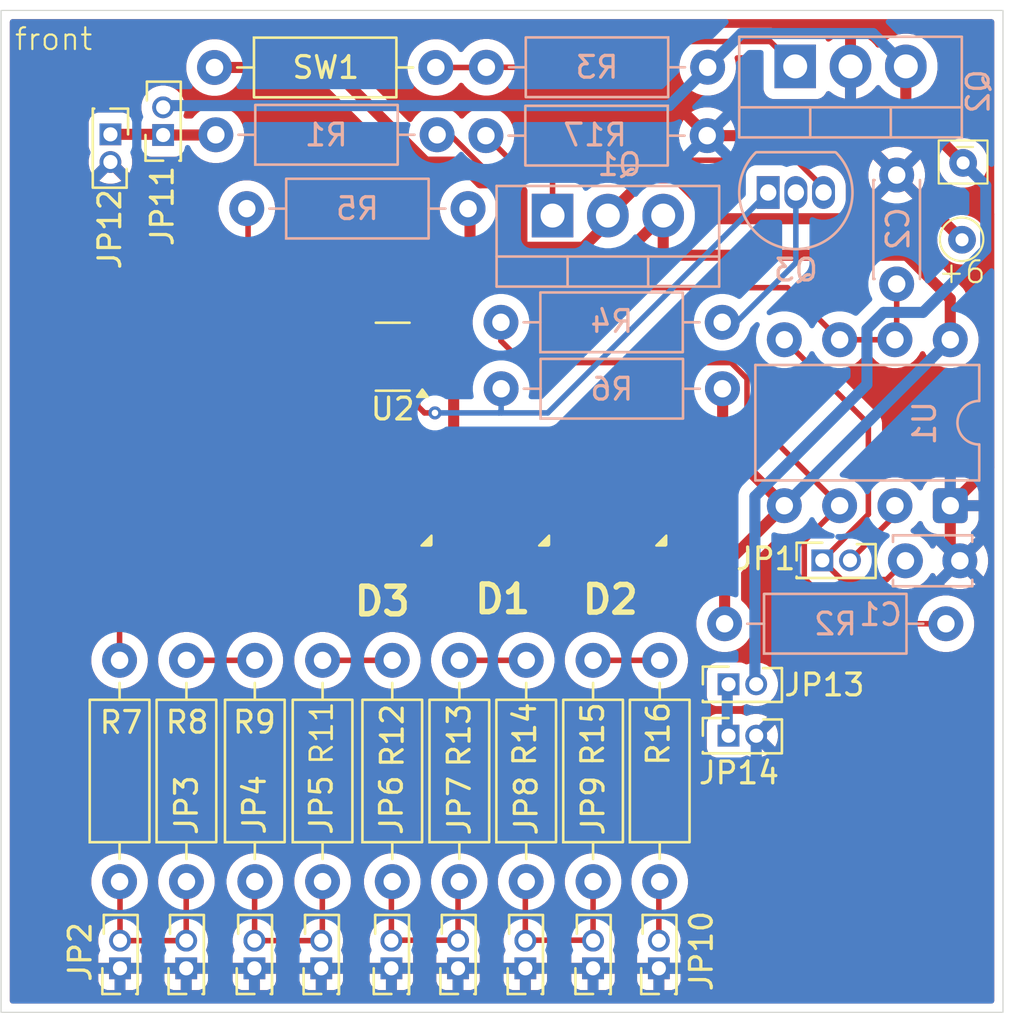
<source format=kicad_pcb>
(kicad_pcb (version 20241229) (generator "pcbnew") (generator_version "9.0")
  (layers (0 "F.Cu" signal) (2 "B.Cu" signal) (13 "F.Paste" user) (15 "B.Paste" user) (5 "F.SilkS" user "F.Silkscreen") (7 "B.SilkS" user "B.Silkscreen") (1 "F.Mask" user) (3 "B.Mask" user) (25 "Edge.Cuts" user))
  (net 0 "")
  (net 1 "GNDPWR")
  (net 2 "Net-(JP1-A)")
  (net 3 "Net-(U1-DIS)")
  (net 10 "Net-(JP1-B)")
  (net 11 "Net-(JP2-B)")
  (net 12 "Net-(JP4-B)")
  (net 13 "Net-(JP6-B)")
  (net 14 "Net-(JP8-B)")
  (net 15 "Net-(JP10-B)")
  (net 16 "Net-(JP11-A)")
  (net 17 "GND")
  (net 18 "Net-(JP13-A)")
  (net 19 "+6V")
  (net 20 "Net-(Q1-G)")
  (net 21 "Net-(Q2-GATE)")
  (net 22 "Net-(Q3-B)")
  (net 23 "Net-(Q3-C)")
  (net 24 "Net-(U1-Q)")
  (net 25 "Net-(U2-Rext)")
  (net 26 "Net-(R8-Pad2)")
  (net 27 "Net-(R11-Pad2)")
  (net 28 "Net-(R13-Pad2)")
  (net 29 "Net-(R15-Pad2)")
  (net 30 "/LED_C")
  (net 31 "Net-(Q3-E)")
  (net 32 "+6VS")
  (footprint "Connector_PinHeader_1.27mm:PinHeader_2x01_P1.27mm_Vertical" (layer "F.Cu") (at 82.02 38.69 -90)
    (property "Reference" "JP12" (at 4.36 0.03 90) (layer "F.SilkS"))
    (property "Value" "Jumper_2_Open" (hide yes))
    (pad "1" thru_hole rect (at 0 0 270) (size 1 1) (drill 0.65) (layers "*.Cu" "*.Mask") (net 16 "Net-(JP11-A)"))
    (pad "2" thru_hole circle (at 1.27 0 270) (size 1 1) (drill 0.65) (layers "*.Cu" "*.Mask") (net 1 "GNDPWR"))
  )
  (footprint "Resistor_THT:R_Axial_DIN0207_L6.3mm_D2.5mm_P10.16mm_Horizontal" (layer "F.Cu") (at 86.8 35.62)
    (property "Reference" "SW1" (at 5.11 0 0) (layer "F.SilkS"))
    (property "Value" "SW_Reed")
    (pad "1" thru_hole circle (at 0 0) (size 1.6 1.6) (drill 0.8) (layers "*.Cu" "*.Mask") (net 19 "+6V"))
    (pad "2" thru_hole circle (at 10.16 0) (size 1.6 1.6) (drill 0.8) (layers "*.Cu" "*.Mask") (net 21 "Net-(Q2-GATE)"))
  )
  (footprint "Resistor_THT:R_Axial_DIN0207_L6.3mm_D2.5mm_P10.16mm_Horizontal" (layer "F.Cu") (at 82.44 73 90)
    (property "Reference" "R7" (at 7.31 0.07 180) (layer "F.SilkS"))
    (property "Value" "R")
    (pad "1" thru_hole circle (at 0 0 90) (size 1.6 1.6) (drill 0.8) (layers "*.Cu" "*.Mask") (net 11 "Net-(JP2-B)"))
    (pad "2" thru_hole circle (at 10.16 0 90) (size 1.6 1.6) (drill 0.8) (layers "*.Cu" "*.Mask") (net 25 "Net-(U2-Rext)"))
  )
  (footprint "LED_Osram:KRTBDWLM3132T4U6JWAAABJ3R4S65V" (layer "F.Cu") (at 100 56)
    (property "Reference" "D1" (at 0.03 4.03 0) (layer "F.SilkS") (effects (font (size 1.27 1.27) (thickness 0.254))))
    (property "Value" "KRTBDWLM31.32-2T1V-JW+5A8A-J3+2R1T-5V" (hide yes))
    (pad "1" smd rect (at -0.95 -1) (size 0.9 1.35) (layers "F.Cu" "F.Mask" "F.Paste"))
    (pad "2" smd rect (at 0 -1.15) (size 0.5 1.05) (layers "F.Cu" "F.Mask" "F.Paste") (net 30 "/LED_C"))
    (pad "3" smd rect (at 0.95 -1) (size 0.9 1.35) (layers "F.Cu" "F.Mask" "F.Paste"))
    (pad "4" smd custom (at 0 0.45) (size 2.5 0.65) (layers "F.Cu" "F.Mask") (net 32 "+6VS") (options (clearance outline) (anchor rect)) (primitives (gr_rect (start -0.25 0.25) (end 0.25 1.125) (width 0) (fill yes)) (gr_rect (start -0.3 -0.575) (end 0.3 -0.266875) (width 0) (fill yes)) (gr_rect (start -1.25 0.25) (end -0.65 1.125) (width 0) (fill yes)) (gr_rect (start 0.65 0.25) (end 1.25 1.125) (width 0) (fill yes))))
  )
  (footprint "Resistor_THT:R_Axial_DIN0207_L6.3mm_D2.5mm_P10.16mm_Horizontal" (layer "F.Cu") (at 98.04 73 90)
    (property "Reference" "R13" (at 6.71 -0.01 270) (layer "F.SilkS"))
    (property "Value" "R")
    (pad "1" thru_hole circle (at 0 0 90) (size 1.6 1.6) (drill 0.8) (layers "*.Cu" "*.Mask") (net 13 "Net-(JP6-B)"))
    (pad "2" thru_hole circle (at 10.16 0 90) (size 1.6 1.6) (drill 0.8) (layers "*.Cu" "*.Mask") (net 28 "Net-(R13-Pad2)"))
  )
  (footprint "Connector_PinHeader_1.27mm:PinHeader_2x01_P1.27mm_Vertical" (layer "F.Cu") (at 94.92 76.98 90)
    (property "Reference" "JP6" (at 7.49 0 90) (layer "F.SilkS"))
    (property "Value" "Jumper_2_Open" (hide yes))
    (pad "1" thru_hole rect (at 0 0 90) (size 1 1) (drill 0.65) (layers "*.Cu" "*.Mask") (net 1 "GNDPWR"))
    (pad "2" thru_hole circle (at 1.27 0 90) (size 1 1) (drill 0.65) (layers "*.Cu" "*.Mask") (net 13 "Net-(JP6-B)"))
  )
  (footprint "Resistor_THT:R_Axial_DIN0207_L6.3mm_D2.5mm_P10.16mm_Horizontal" (layer "F.Cu") (at 104.18 73 90)
    (property "Reference" "R15" (at 6.77 -0.02 270) (layer "F.SilkS"))
    (property "Value" "R")
    (pad "1" thru_hole circle (at 0 0 90) (size 1.6 1.6) (drill 0.8) (layers "*.Cu" "*.Mask") (net 14 "Net-(JP8-B)"))
    (pad "2" thru_hole circle (at 10.16 0 90) (size 1.6 1.6) (drill 0.8) (layers "*.Cu" "*.Mask") (net 29 "Net-(R15-Pad2)"))
  )
  (footprint "Connector_PinHeader_1.27mm:PinHeader_2x01_P1.27mm_Vertical" (layer "F.Cu") (at 110.4 63.94)
    (property "Reference" "JP13" (at 4.4 0.03 0) (layer "F.SilkS"))
    (property "Value" "Jumper_2_Open" (hide yes))
    (pad "1" thru_hole rect (at 0 0) (size 1 1) (drill 0.65) (layers "*.Cu" "*.Mask") (net 18 "Net-(JP13-A)"))
    (pad "2" thru_hole circle (at 1.27 0) (size 1 1) (drill 0.65) (layers "*.Cu" "*.Mask") (net 17 "GND"))
  )
  (footprint "Connector_PinHeader_1.27mm:PinHeader_2x01_P1.27mm_Vertical" (layer "F.Cu") (at 114.705 58.25)
    (property "Reference" "JP1" (at -2.595 -0.07 0) (layer "F.SilkS"))
    (property "Value" "Jumper_2_Open" (hide yes))
    (pad "1" thru_hole rect (at 0 0) (size 1 1) (drill 0.65) (layers "*.Cu" "*.Mask") (net 2 "Net-(JP1-A)"))
    (pad "2" thru_hole circle (at 1.27 0) (size 1 1) (drill 0.65) (layers "*.Cu" "*.Mask") (net 10 "Net-(JP1-B)"))
  )
  (footprint "Connector_PinHeader_1.27mm:PinHeader_2x01_P1.27mm_Vertical" (layer "F.Cu") (at 107.2 76.98 90)
    (property "Reference" "JP10" (at 0.79 1.95 90) (layer "F.SilkS"))
    (property "Value" "Jumper_2_Open" (hide yes))
    (pad "1" thru_hole rect (at 0 0 90) (size 1 1) (drill 0.65) (layers "*.Cu" "*.Mask") (net 1 "GNDPWR"))
    (pad "2" thru_hole circle (at 1.27 0 90) (size 1 1) (drill 0.65) (layers "*.Cu" "*.Mask") (net 15 "Net-(JP10-B)"))
  )
  (footprint "Connector_PinHeader_1.27mm:PinHeader_2x01_P1.27mm_Vertical" (layer "F.Cu") (at 110.4 66.3)
    (property "Reference" "JP14" (at 0.48 1.71 0) (layer "F.SilkS"))
    (property "Value" "Jumper_2_Open" (hide yes))
    (pad "1" thru_hole rect (at 0 0) (size 1 1) (drill 0.65) (layers "*.Cu" "*.Mask") (net 18 "Net-(JP13-A)"))
    (pad "2" thru_hole circle (at 1.27 0) (size 1 1) (drill 0.65) (layers "*.Cu" "*.Mask") (net 1 "GNDPWR"))
  )
  (footprint "Resistor_THT:R_Axial_DIN0207_L6.3mm_D2.5mm_P10.16mm_Horizontal" (layer "F.Cu") (at 91.76 73 90)
    (property "Reference" "R11" (at 6.82 -0.04 270) (layer "F.SilkS") (effects (font (thickness 0.125))))
    (property "Value" "R")
    (pad "1" thru_hole circle (at 0 0 90) (size 1.6 1.6) (drill 0.8) (layers "*.Cu" "*.Mask") (net 12 "Net-(JP4-B)"))
    (pad "2" thru_hole circle (at 10.16 0 90) (size 1.6 1.6) (drill 0.8) (layers "*.Cu" "*.Mask") (net 27 "Net-(R11-Pad2)"))
  )
  (footprint "LED_Osram:KRTBDWLM3132T4U6JWAAABJ3R4S65V" (layer "F.Cu") (at 105.38 56)
    (property "Reference" "D2" (at -0.41 4.05 0) (layer "F.SilkS") (effects (font (size 1.27 1.27) (thickness 0.254))))
    (property "Value" "KRTBDWLM31.32-2T1V-JW+5A8A-J3+2R1T-5V" (hide yes))
    (pad "1" smd rect (at -0.95 -1) (size 0.9 1.35) (layers "F.Cu" "F.Mask" "F.Paste"))
    (pad "2" smd rect (at 0 -1.15) (size 0.5 1.05) (layers "F.Cu" "F.Mask" "F.Paste") (net 30 "/LED_C"))
    (pad "3" smd rect (at 0.95 -1) (size 0.9 1.35) (layers "F.Cu" "F.Mask" "F.Paste"))
    (pad "4" smd custom (at 0 0.45) (size 2.5 0.65) (layers "F.Cu" "F.Mask") (net 32 "+6VS") (options (clearance outline) (anchor rect)) (primitives (gr_rect (start -0.25 0.25) (end 0.25 1.125) (width 0) (fill yes)) (gr_rect (start -0.3 -0.575) (end 0.3 -0.266875) (width 0) (fill yes)) (gr_rect (start -1.25 0.25) (end -0.65 1.125) (width 0) (fill yes)) (gr_rect (start 0.65 0.25) (end 1.25 1.125) (width 0) (fill yes))))
  )
  (footprint "Resistor_THT:R_Axial_DIN0207_L6.3mm_D2.5mm_P10.16mm_Horizontal" (layer "F.Cu") (at 88.65 73 90)
    (property "Reference" "R9" (at 7.32 -0.02 180) (layer "F.SilkS"))
    (property "Value" "R")
    (pad "1" thru_hole circle (at 0 0 90) (size 1.6 1.6) (drill 0.8) (layers "*.Cu" "*.Mask") (net 12 "Net-(JP4-B)"))
    (pad "2" thru_hole circle (at 10.16 0 90) (size 1.6 1.6) (drill 0.8) (layers "*.Cu" "*.Mask") (net 26 "Net-(R8-Pad2)"))
  )
  (footprint "Resistor_THT:R_Axial_DIN0207_L6.3mm_D2.5mm_P10.16mm_Horizontal" (layer "F.Cu") (at 94.96 73 90)
    (property "Reference" "R12" (at 6.7 0 270) (layer "F.SilkS"))
    (property "Value" "R")
    (pad "1" thru_hole circle (at 0 0 90) (size 1.6 1.6) (drill 0.8) (layers "*.Cu" "*.Mask") (net 13 "Net-(JP6-B)"))
    (pad "2" thru_hole circle (at 10.16 0 90) (size 1.6 1.6) (drill 0.8) (layers "*.Cu" "*.Mask") (net 27 "Net-(R11-Pad2)"))
  )
  (footprint "Connector_PinHeader_1.27mm:PinHeader_2x01_P1.27mm_Vertical" (layer "F.Cu") (at 101.07 76.98 90)
    (property "Reference" "JP8" (at 7.47 0.04 90) (layer "F.SilkS"))
    (property "Value" "Jumper_2_Open" (hide yes))
    (pad "1" thru_hole rect (at 0 0 90) (size 1 1) (drill 0.65) (layers "*.Cu" "*.Mask") (net 1 "GNDPWR"))
    (pad "2" thru_hole circle (at 1.27 0 90) (size 1 1) (drill 0.65) (layers "*.Cu" "*.Mask") (net 14 "Net-(JP8-B)"))
  )
  (footprint "Connector_PinHeader_1.27mm:PinHeader_2x01_P1.27mm_Vertical" (layer "F.Cu") (at 104.18 76.98 90)
    (property "Reference" "JP9" (at 7.47 0 90) (layer "F.SilkS"))
    (property "Value" "Jumper_2_Open" (hide yes))
    (pad "1" thru_hole rect (at 0 0 90) (size 1 1) (drill 0.65) (layers "*.Cu" "*.Mask") (net 1 "GNDPWR"))
    (pad "2" thru_hole circle (at 1.27 0 90) (size 1 1) (drill 0.65) (layers "*.Cu" "*.Mask") (net 14 "Net-(JP8-B)"))
  )
  (footprint "Connector_PinHeader_1.27mm:PinHeader_2x01_P1.27mm_Vertical" (layer "F.Cu") (at 97.98 76.98 90)
    (property "Reference" "JP7" (at 7.47 0.06 90) (layer "F.SilkS"))
    (property "Value" "Jumper_2_Open" (hide yes))
    (pad "1" thru_hole rect (at 0 0 90) (size 1 1) (drill 0.65) (layers "*.Cu" "*.Mask") (net 1 "GNDPWR"))
    (pad "2" thru_hole circle (at 1.27 0 90) (size 1 1) (drill 0.65) (layers "*.Cu" "*.Mask") (net 13 "Net-(JP6-B)"))
  )
  (footprint "Connector_PinHeader_1.27mm:PinHeader_2x01_P1.27mm_Vertical" (layer "F.Cu") (at 82.46 76.98 90)
    (property "Reference" "JP2" (at 0.75 -1.83 90) (layer "F.SilkS"))
    (property "Value" "Jumper_2_Open" (hide yes))
    (pad "1" thru_hole rect (at 0 0 90) (size 1 1) (drill 0.65) (layers "*.Cu" "*.Mask") (net 1 "GNDPWR"))
    (pad "2" thru_hole circle (at 1.27 0 90) (size 1 1) (drill 0.65) (layers "*.Cu" "*.Mask") (net 11 "Net-(JP2-B)"))
  )
  (footprint "Resistor_THT:R_Axial_DIN0207_L6.3mm_D2.5mm_P10.16mm_Horizontal" (layer "F.Cu") (at 107.24 73 90)
    (property "Reference" "R16" (at 6.79 -0.07 270) (layer "F.SilkS"))
    (property "Value" "R")
    (pad "1" thru_hole circle (at 0 0 90) (size 1.6 1.6) (drill 0.8) (layers "*.Cu" "*.Mask") (net 15 "Net-(JP10-B)"))
    (pad "2" thru_hole circle (at 10.16 0 90) (size 1.6 1.6) (drill 0.8) (layers "*.Cu" "*.Mask") (net 29 "Net-(R15-Pad2)"))
  )
  (footprint "Connector_PinHeader_1.27mm:PinHeader_2x01_P1.27mm_Vertical" (layer "F.Cu") (at 84.44 38.72 90)
    (property "Reference" "JP11" (at -3.26 -0.04 90) (layer "F.SilkS"))
    (property "Value" "Jumper_2_Open" (hide yes))
    (pad "1" thru_hole rect (at 0 0 90) (size 1 1) (drill 0.65) (layers "*.Cu" "*.Mask") (net 16 "Net-(JP11-A)"))
    (pad "2" thru_hole circle (at 1.27 0 90) (size 1 1) (drill 0.65) (layers "*.Cu" "*.Mask") (net 17 "GND"))
  )
  (footprint "Connector_PinHeader_1.27mm:PinHeader_2x01_P1.27mm_Vertical" (layer "F.Cu") (at 88.63 76.98 90)
    (property "Reference" "JP4" (at 7.51 0 90) (layer "F.SilkS"))
    (property "Value" "Jumper_2_Open" (hide yes))
    (pad "1" thru_hole rect (at 0 0 90) (size 1 1) (drill 0.65) (layers "*.Cu" "*.Mask") (net 1 "GNDPWR"))
    (pad "2" thru_hole circle (at 1.27 0 90) (size 1 1) (drill 0.65) (layers "*.Cu" "*.Mask") (net 12 "Net-(JP4-B)"))
  )
  (footprint "Connector_PinHeader_1.27mm:PinHeader_2x01_P1.27mm_Vertical" (layer "F.Cu") (at 91.7 76.98 90)
    (property "Reference" "JP5" (at 7.5 0 90) (layer "F.SilkS"))
    (property "Value" "Jumper_2_Open" (hide yes))
    (pad "1" thru_hole rect (at 0 0 90) (size 1 1) (drill 0.65) (layers "*.Cu" "*.Mask") (net 1 "GNDPWR"))
    (pad "2" thru_hole circle (at 1.27 0 90) (size 1 1) (drill 0.65) (layers "*.Cu" "*.Mask") (net 12 "Net-(JP4-B)"))
  )
  (footprint "Resistor_THT:R_Axial_DIN0207_L6.3mm_D2.5mm_P10.16mm_Horizontal" (layer "F.Cu") (at 85.51 73 90)
    (property "Reference" "R8" (at 7.32 0.03 180) (layer "F.SilkS"))
    (property "Value" "R")
    (pad "1" thru_hole circle (at 0 0 90) (size 1.6 1.6) (drill 0.8) (layers "*.Cu" "*.Mask") (net 11 "Net-(JP2-B)"))
    (pad "2" thru_hole circle (at 10.16 0 90) (size 1.6 1.6) (drill 0.8) (layers "*.Cu" "*.Mask") (net 26 "Net-(R8-Pad2)"))
  )
  (footprint "Package_TO_SOT_SMD:SC-74-6_1.55x2.9mm_P0.95mm" (layer "F.Cu") (at 94.98 48.9 180)
    (property "Reference" "U2" (at 0 -2.4 0) (layer "F.SilkS"))
    (property "Value" "BCR421U")
    (pad "1" smd roundrect (at -1.15 -0.95 180) (size 1.6 0.6) (layers "F.Cu" "F.Mask" "F.Paste") (net 23 "Net-(Q3-C)"))
    (pad "2" smd roundrect (at -1.15 0 180) (size 1.6 0.6) (layers "F.Cu" "F.Mask" "F.Paste") (net 30 "/LED_C"))
    (pad "3" smd roundrect (at -1.15 0.95 180) (size 1.6 0.6) (layers "F.Cu" "F.Mask" "F.Paste") (net 30 "/LED_C"))
    (pad "4" smd roundrect (at 1.15 0.95 180) (size 1.6 0.6) (layers "F.Cu" "F.Mask" "F.Paste") (net 1 "GNDPWR"))
    (pad "5" smd roundrect (at 1.15 0 180) (size 1.6 0.6) (layers "F.Cu" "F.Mask" "F.Paste") (net 30 "/LED_C"))
    (pad "6" smd roundrect (at 1.15 -0.95 180) (size 1.6 0.6) (layers "F.Cu" "F.Mask" "F.Paste") (net 25 "Net-(U2-Rext)"))
  )
  (footprint "Resistor_THT:R_Axial_DIN0207_L6.3mm_D2.5mm_P10.16mm_Horizontal" (layer "F.Cu") (at 101.11 73 90)
    (property "Reference" "R14" (at 6.77 -0.07 270) (layer "F.SilkS"))
    (property "Value" "R")
    (pad "1" thru_hole circle (at 0 0 90) (size 1.6 1.6) (drill 0.8) (layers "*.Cu" "*.Mask") (net 14 "Net-(JP8-B)"))
    (pad "2" thru_hole circle (at 10.16 0 90) (size 1.6 1.6) (drill 0.8) (layers "*.Cu" "*.Mask") (net 28 "Net-(R13-Pad2)"))
  )
  (footprint "Connector_PinHeader_1.27mm:PinHeader_2x01_P1.27mm_Vertical" (layer "F.Cu") (at 85.5 76.98 90)
    (property "Reference" "JP3" (at 7.49 0.01 90) (layer "F.SilkS"))
    (property "Value" "Jumper_2_Open" (hide yes))
    (pad "1" thru_hole rect (at 0 0 90) (size 1 1) (drill 0.65) (layers "*.Cu" "*.Mask") (net 1 "GNDPWR"))
    (pad "2" thru_hole circle (at 1.27 0 90) (size 1 1) (drill 0.65) (layers "*.Cu" "*.Mask") (net 11 "Net-(JP2-B)"))
  )
  (footprint "LED_Osram:KRTBDWLM3132T4U6JWAAABJ3R4S65V" (layer "F.Cu") (at 94.6 56)
    (property "Reference" "D3" (at -0.1 4.13 0) (layer "F.SilkS") (effects (font (size 1.27 1.27) (thickness 0.254))))
    (property "Value" "KRTBDWLM31.32-2T1V-JW+5A8A-J3+2R1T-5V" (hide yes))
    (pad "1" smd rect (at -0.95 -1) (size 0.9 1.35) (layers "F.Cu" "F.Mask" "F.Paste"))
    (pad "2" smd rect (at 0 -1.15) (size 0.5 1.05) (layers "F.Cu" "F.Mask" "F.Paste") (net 30 "/LED_C"))
    (pad "3" smd rect (at 0.95 -1) (size 0.9 1.35) (layers "F.Cu" "F.Mask" "F.Paste"))
    (pad "4" smd custom (at 0 0.45) (size 2.5 0.65) (layers "F.Cu" "F.Mask") (net 32 "+6VS") (options (clearance outline) (anchor rect)) (primitives (gr_rect (start -0.25 0.25) (end 0.25 1.125) (width 0) (fill yes)) (gr_rect (start -0.3 -0.575) (end 0.3 -0.266875) (width 0) (fill yes)) (gr_rect (start -1.25 0.25) (end -0.65 1.125) (width 0) (fill yes)) (gr_rect (start 0.65 0.25) (end 1.25 1.125) (width 0) (fill yes))))
  )
  (footprint "Resistor_THT:R_Axial_DIN0207_L6.3mm_D2.5mm_P10.16mm_Horizontal" (layer "B.Cu") (at 86.86 38.71)
    (property "Reference" "R1" (at 5.07 0.01 180) (layer "B.SilkS") (effects (justify mirror)))
    (property "Value" "100R")
    (pad "1" thru_hole circle (at 0 0) (size 1.6 1.6) (drill 0.8) (layers "*.Cu" "*.Mask") (net 16 "Net-(JP11-A)"))
    (pad "2" thru_hole circle (at 10.16 0) (size 1.6 1.6) (drill 0.8) (layers "*.Cu" "*.Mask") (net 20 "Net-(Q1-G)"))
  )
  (footprint "Package_TO_SOT_THT:TO-220-3_Vertical" (layer "B.Cu") (at 102.32 42.42)
    (property "Reference" "Q1" (at 3.07 -2.34 180) (layer "B.SilkS") (effects (justify mirror)))
    (property "Value" "IRF9622")
    (pad "1" thru_hole rect (at 0 0) (size 1.905 2) (drill 1.1) (layers "*.Cu" "*.Mask") (net 20 "Net-(Q1-G)"))
    (pad "2" thru_hole oval (at 2.54 0) (size 1.905 2) (drill 1.1) (layers "*.Cu" "*.Mask") (net 19 "+6V"))
    (pad "3" thru_hole oval (at 5.08 0) (size 1.905 2) (drill 1.1) (layers "*.Cu" "*.Mask") (net 32 "+6VS"))
  )
  (footprint "Resistor_THT:R_Axial_DIN0207_L6.3mm_D2.5mm_P10.16mm_Horizontal" (layer "B.Cu") (at 110.22 61.16)
    (property "Reference" "R2" (at 5.09 0.01 0) (layer "B.SilkS") (effects (justify mirror)))
    (property "Value" "10K")
    (pad "1" thru_hole circle (at 0 0) (size 1.6 1.6) (drill 0.8) (layers "*.Cu" "*.Mask") (net 32 "+6VS"))
    (pad "2" thru_hole circle (at 10.16 0) (size 1.6 1.6) (drill 0.8) (layers "*.Cu" "*.Mask") (net 24 "Net-(U1-Q)"))
  )
  (footprint "Resistor_THT:R_Axial_DIN0207_L6.3mm_D2.5mm_P10.16mm_Horizontal" (layer "B.Cu") (at 99.96 50.37)
    (property "Reference" "R6" (at 5.08 0.02 180) (layer "B.SilkS") (effects (justify mirror)))
    (property "Value" "3K")
    (pad "1" thru_hole circle (at 0 0) (size 1.6 1.6) (drill 0.8) (layers "*.Cu" "*.Mask") (net 23 "Net-(Q3-C)"))
    (pad "2" thru_hole circle (at 10.16 0) (size 1.6 1.6) (drill 0.8) (layers "*.Cu" "*.Mask") (net 32 "+6VS"))
  )
  (footprint "Package_DIP:DIP-8_W7.62mm" (layer "B.Cu") (at 120.58 55.74 90)
    (property "Reference" "U1" (at 3.79 -1.18 90) (layer "B.SilkS") (effects (justify mirror)))
    (property "Value" "NE555P")
    (pad "1" thru_hole roundrect (at 0 0 90) (size 1.6 1.6) (drill 0.8) (layers "*.Cu" "*.Mask") (roundrect_rratio 0.15625) (net 1 "GNDPWR"))
    (pad "2" thru_hole circle (at 0 -2.54 90) (size 1.6 1.6) (drill 0.8) (layers "*.Cu" "*.Mask") (net 10 "Net-(JP1-B)"))
    (pad "3" thru_hole circle (at 0 -5.08 90) (size 1.6 1.6) (drill 0.8) (layers "*.Cu" "*.Mask") (net 24 "Net-(U1-Q)"))
    (pad "4" thru_hole circle (at 0 -7.62 90) (size 1.6 1.6) (drill 0.8) (layers "*.Cu" "*.Mask") (net 32 "+6VS"))
    (pad "5" thru_hole circle (at 7.62 -7.62 90) (size 1.6 1.6) (drill 0.8) (layers "*.Cu" "*.Mask") (net 2 "Net-(JP1-A)"))
    (pad "6" thru_hole circle (at 7.62 -5.08 90) (size 1.6 1.6) (drill 0.8) (layers "*.Cu" "*.Mask") (net 3 "Net-(U1-DIS)"))
    (pad "7" thru_hole circle (at 7.62 -2.54 90) (size 1.6 1.6) (drill 0.8) (layers "*.Cu" "*.Mask") (net 3 "Net-(U1-DIS)"))
    (pad "8" thru_hole circle (at 7.62 0 90) (size 1.6 1.6) (drill 0.8) (layers "*.Cu" "*.Mask") (net 32 "+6VS"))
  )
  (footprint "Resistor_THT:R_Axial_DIN0207_L6.3mm_D2.5mm_P10.16mm_Horizontal" (layer "B.Cu") (at 109.44 35.61 180)
    (property "Reference" "R3" (at 5.08 0 0) (layer "B.SilkS") (effects (justify mirror)))
    (property "Value" "39K")
    (pad "1" thru_hole circle (at 0 0 180) (size 1.6 1.6) (drill 0.8) (layers "*.Cu" "*.Mask") (net 17 "GND"))
    (pad "2" thru_hole circle (at 10.16 0 180) (size 1.6 1.6) (drill 0.8) (layers "*.Cu" "*.Mask") (net 21 "Net-(Q2-GATE)"))
  )
  (footprint "Package_TO_SOT_THT:TO-92_Inline" (layer "B.Cu") (at 112.22 41.36)
    (property "Reference" "Q3" (at 1.27 3.56 180) (layer "B.SilkS") (effects (justify mirror)))
    (property "Value" "BC547")
    (pad "1" thru_hole rect (at 0 0) (size 1.05 1.5) (drill 0.75) (layers "*.Cu" "*.Mask") (net 23 "Net-(Q3-C)"))
    (pad "2" thru_hole oval (at 1.27 0) (size 1.05 1.5) (drill 0.75) (layers "*.Cu" "*.Mask") (net 22 "Net-(Q3-B)"))
    (pad "3" thru_hole oval (at 2.54 0) (size 1.05 1.5) (drill 0.75) (layers "*.Cu" "*.Mask") (net 31 "Net-(Q3-E)"))
  )
  (footprint "Capacitor_THT:C_Disc_D3.4mm_W2.1mm_P2.50mm" (layer "B.Cu") (at 118.52 58.27)
    (property "Reference" "C1" (at -1.14 2.47 180) (layer "B.SilkS") (effects (justify mirror)))
    (property "Value" "10nF 100V")
    (pad "1" thru_hole circle (at 0 0) (size 1.6 1.6) (drill 0.8) (layers "*.Cu" "*.Mask") (net 2 "Net-(JP1-A)"))
    (pad "2" thru_hole circle (at 2.5 0) (size 1.6 1.6) (drill 0.8) (layers "*.Cu" "*.Mask") (net 1 "GNDPWR"))
  )
  (footprint "Capacitor_THT:C_Disc_D4.3mm_W1.9mm_P5.00mm" (layer "B.Cu") (at 118.12 45.56 90)
    (property "Reference" "C2" (at 2.54 0.06 90) (layer "B.SilkS") (effects (justify mirror)))
    (property "Value" "47nF 50V")
    (pad "1" thru_hole circle (at 0 0 90) (size 1.6 1.6) (drill 0.8) (layers "*.Cu" "*.Mask") (net 3 "Net-(U1-DIS)"))
    (pad "2" thru_hole circle (at 5 0 90) (size 1.6 1.6) (drill 0.8) (layers "*.Cu" "*.Mask") (net 1 "GNDPWR"))
  )
  (footprint "Resistor_THT:R_Axial_DIN0207_L6.3mm_D2.5mm_P10.16mm_Horizontal" (layer "B.Cu") (at 88.28 42.1)
    (property "Reference" "R5" (at 5.08 0 180) (layer "B.SilkS") (effects (justify mirror)))
    (property "Value" "39K")
    (pad "1" thru_hole circle (at 0 0) (size 1.6 1.6) (drill 0.8) (layers "*.Cu" "*.Mask") (net 3 "Net-(U1-DIS)"))
    (pad "2" thru_hole circle (at 10.16 0) (size 1.6 1.6) (drill 0.8) (layers "*.Cu" "*.Mask") (net 32 "+6VS"))
  )
  (footprint "Resistor_THT:R_Axial_DIN0207_L6.3mm_D2.5mm_P10.16mm_Horizontal" (layer "B.Cu") (at 109.42 38.75 180)
    (property "Reference" "R17" (at 5.15 0.03 180) (layer "B.SilkS") (effects (justify mirror)))
    (property "Value" "4K")
    (pad "1" thru_hole circle (at 0 0 180) (size 1.6 1.6) (drill 0.8) (layers "*.Cu" "*.Mask") (net 1 "GNDPWR"))
    (pad "2" thru_hole circle (at 10.16 0 180) (size 1.6 1.6) (drill 0.8) (layers "*.Cu" "*.Mask") (net 31 "Net-(Q3-E)"))
  )
  (footprint "Package_TO_SOT_THT:TO-220-3_Vertical" (layer "B.Cu") (at 113.46 35.57)
    (property "Reference" "Q2" (at 8.4 1.15 270) (layer "B.SilkS") (effects (justify mirror)))
    (property "Value" "IRFZ24N")
    (pad "1" thru_hole rect (at 0 0) (size 1.905 2) (drill 1.1) (layers "*.Cu" "*.Mask") (net 21 "Net-(Q2-GATE)"))
    (pad "2" thru_hole oval (at 2.54 0) (size 1.905 2) (drill 1.1) (layers "*.Cu" "*.Mask") (net 1 "GNDPWR"))
    (pad "3" thru_hole oval (at 5.08 0) (size 1.905 2) (drill 1.1) (layers "*.Cu" "*.Mask") (net 17 "GND"))
  )
  (footprint "Resistor_THT:R_Axial_DIN0207_L6.3mm_D2.5mm_P10.16mm_Horizontal" (layer "B.Cu") (at 99.95 47.32)
    (property "Reference" "R4" (at 5.09 -0.04 180) (layer "B.SilkS") (effects (justify mirror)))
    (property "Value" "10K")
    (pad "1" thru_hole circle (at 0 0) (size 1.6 1.6) (drill 0.8) (layers "*.Cu" "*.Mask") (net 24 "Net-(U1-Q)"))
    (pad "2" thru_hole circle (at 10.16 0) (size 1.6 1.6) (drill 0.8) (layers "*.Cu" "*.Mask") (net 22 "Net-(Q3-B)"))
  )
  (gr_circle (center 121.1 43.51) (end 122.1 43.51) (stroke (width 0.1)) (fill no) (layer "F.SilkS"))
  (gr_rect (start 120.05 38.97) (end 122.29 40.95) (stroke (width 0.1)) (fill no) (layer "F.SilkS"))
  (gr_rect (start 77 33) (end 123 79) (stroke (width 0.05)) (fill no) (layer "Edge.Cuts"))
  (gr_text "front" (at 77.56 34.9 0) (layer "F.SilkS") (effects (font (size 1 1) (thickness 0.1)) (justify left bottom)))
  (gr_text "-" (at 120.56 39.78 0) (layer "F.SilkS") (effects (font (size 1 1) (thickness 0.1)) (justify left bottom)))
  (gr_text "+6" (at 119.95 45.6 0) (layer "F.SilkS") (effects (font (size 1 1) (thickness 0.1)) (justify left bottom)))
  (segment (start 104.18 76.96) (end 107.2 76.96) (width 0.254) (layer "F.Cu") (net 1))
  (segment (start 82.46 76.98) (end 85.5 76.98) (width 0.254) (layer "F.Cu") (net 1))
  (segment (start 116.07 38.75) (end 116.31 38.75) (width 0.508) (layer "F.Cu") (net 1))
  (segment (start 90.01 47.95) (end 90.525161 47.95) (width 0.508) (layer "F.Cu") (net 1))
  (segment (start 121.79 41.81) (end 122.34 42.36) (width 0.508) (layer "F.Cu") (net 1))
  (segment (start 88.64 76.98) (end 91.75 76.98) (width 0.254) (layer "F.Cu") (net 1))
  (segment (start 121.02 56.18) (end 120.58 55.74) (width 0.254) (layer "F.Cu") (net 1))
  (segment (start 97.96 76.98) (end 97.98 76.96) (width 0.254) (layer "F.Cu") (net 1))
  (segment (start 82.02 39.96) (end 90.01 47.95) (width 0.508) (layer "F.Cu") (net 1))
  (segment (start 94.92 76.98) (end 97.96 76.98) (width 0.254) (layer "F.Cu") (net 1))
  (segment (start 122.34 53.98) (end 120.58 55.74) (width 0.508) (layer "F.Cu") (net 1))
  (segment (start 120.58 55.74) (end 120.58 57.83) (width 0.508) (layer "F.Cu") (net 1))
  (segment (start 85.5 76.98) (end 88.64 76.98) (width 0.254) (layer "F.Cu") (net 1))
  (segment (start 122.34 42.36) (end 122.34 53.98) (width 0.508) (layer "F.Cu") (net 1))
  (segment (start 116 38.68) (end 116.07 38.75) (width 0.508) (layer "F.Cu") (net 1))
  (segment (start 101.07 76.96) (end 104.18 76.96) (width 0.254) (layer "F.Cu") (net 1))
  (segment (start 97.98 76.96) (end 101.07 76.96) (width 0.254) (layer "F.Cu") (net 1))
  (segment (start 120.58 57.83) (end 121.02 58.27) (width 0.508) (layer "F.Cu") (net 1))
  (segment (start 119.37 41.81) (end 121.79 41.81) (width 0.508) (layer "F.Cu") (net 1))
  (segment (start 93.83 47.95) (end 90.525161 47.95) (width 0.508) (layer "F.Cu") (net 1))
  (segment (start 109.42 38.75) (end 116.07 38.75) (width 0.508) (layer "F.Cu") (net 1))
  (segment (start 118.12 40.56) (end 119.37 41.81) (width 0.508) (layer "F.Cu") (net 1))
  (segment (start 116 35.57) (end 116 38.68) (width 0.508) (layer "F.Cu") (net 1))
  (segment (start 116.31 38.75) (end 118.12 40.56) (width 0.508) (layer "F.Cu") (net 1))
  (segment (start 107.2 76.98) (end 110.584839 76.98) (width 0.508) (layer "B.Cu") (net 1))
  (segment (start 111.67 75.894839) (end 111.67 66.3) (width 0.508) (layer "B.Cu") (net 1))
  (segment (start 110.584839 76.98) (end 111.67 75.894839) (width 0.508) (layer "B.Cu") (net 1))
  (segment (start 115.587 59.132) (end 114.705 58.25) (width 0.254) (layer "F.Cu") (net 2))
  (segment (start 118.52 58.27) (end 117.658 59.132) (width 0.254) (layer "F.Cu") (net 2))
  (segment (start 116.82 56.135) (end 116.82 51.98) (width 0.254) (layer "F.Cu") (net 2))
  (segment (start 116.82 51.98) (end 112.96 48.12) (width 0.254) (layer "F.Cu") (net 2))
  (segment (start 117.658 59.132) (end 115.587 59.132) (width 0.254) (layer "F.Cu") (net 2))
  (segment (start 114.705 58.25) (end 116.82 56.135) (width 0.254) (layer "F.Cu") (net 2))
  (segment (start 89.49 45.73) (end 88.34 44.58) (width 0.254) (layer "F.Cu") (net 3))
  (segment (start 118.12 48.04) (end 118.04 48.12) (width 0.254) (layer "F.Cu") (net 3))
  (segment (start 115.5 48.12) (end 113.11 45.73) (width 0.254) (layer "F.Cu") (net 3))
  (segment (start 88.34 42.1) (end 88.37 42.07) (width 0.254) (layer "F.Cu") (net 3))
  (segment (start 113.11 45.73) (end 89.49 45.73) (width 0.254) (layer "F.Cu") (net 3))
  (segment (start 118.12 45.56) (end 118.12 48.04) (width 0.254) (layer "F.Cu") (net 3))
  (segment (start 88.34 44.58) (end 88.34 42.1) (width 0.254) (layer "F.Cu") (net 3))
  (segment (start 115.5 48.12) (end 118.04 48.12) (width 0.254) (layer "F.Cu") (net 3))
  (segment (start 115.975 58.25) (end 118.04 56.185) (width 0.254) (layer "F.Cu") (net 10))
  (segment (start 118.04 56.185) (end 118.04 55.74) (width 0.254) (layer "F.Cu") (net 10))
  (segment (start 82.46 75.71) (end 85.5 75.71) (width 0.254) (layer "F.Cu") (net 11))
  (segment (start 85.5 75.71) (end 85.5 73.01) (width 0.254) (layer "F.Cu") (net 11))
  (segment (start 85.5 73.01) (end 85.51 73) (width 0.254) (layer "F.Cu") (net 11))
  (segment (start 82.46 75.71) (end 82.46 73.02) (width 0.254) (layer "F.Cu") (net 11))
  (segment (start 82.46 73.02) (end 82.44 73) (width 0.254) (layer "F.Cu") (net 11))
  (segment (start 88.64 75.71) (end 88.64 73.01) (width 0.254) (layer "F.Cu") (net 12))
  (segment (start 91.75 73.01) (end 91.76 73) (width 0.254) (layer "F.Cu") (net 12))
  (segment (start 88.64 73.01) (end 88.65 73) (width 0.254) (layer "F.Cu") (net 12))
  (segment (start 91.75 75.71) (end 91.75 73.01) (width 0.254) (layer "F.Cu") (net 12))
  (segment (start 88.64 75.71) (end 91.75 75.71) (width 0.254) (layer "F.Cu") (net 12))
  (segment (start 94.92 75.71) (end 94.92 73.04) (width 0.254) (layer "F.Cu") (net 13))
  (segment (start 97.98 75.69) (end 94.94 75.69) (width 0.254) (layer "F.Cu") (net 13))
  (segment (start 94.94 75.69) (end 94.92 75.71) (width 0.254) (layer "F.Cu") (net 13))
  (segment (start 97.98 73.06) (end 98.04 73) (width 0.254) (layer "F.Cu") (net 13))
  (segment (start 94.92 73.04) (end 94.96 73) (width 0.254) (layer "F.Cu") (net 13))
  (segment (start 97.98 75.69) (end 97.98 73.06) (width 0.254) (layer "F.Cu") (net 13))
  (segment (start 104.18 75.69) (end 104.18 73) (width 0.254) (layer "F.Cu") (net 14))
  (segment (start 101.07 75.69) (end 101.07 73.04) (width 0.254) (layer "F.Cu") (net 14))
  (segment (start 101.07 73.04) (end 101.11 73) (width 0.254) (layer "F.Cu") (net 14))
  (segment (start 101.07 75.69) (end 104.18 75.69) (width 0.254) (layer "F.Cu") (net 14))
  (segment (start 107.2 73.04) (end 107.24 73) (width 0.254) (layer "F.Cu") (net 15))
  (segment (start 107.2 75.69) (end 107.2 73.04) (width 0.254) (layer "F.Cu") (net 15))
  (segment (start 84.44 38.72) (end 86.85 38.72) (width 0.508) (layer "F.Cu") (net 16))
  (segment (start 82.02 38.69) (end 84.41 38.69) (width 0.508) (layer "F.Cu") (net 16))
  (segment (start 86.85 38.72) (end 86.86 38.71) (width 0.508) (layer "F.Cu") (net 16))
  (segment (start 84.41 38.69) (end 84.44 38.72) (width 0.508) (layer "F.Cu") (net 16))
  (segment (start 118.54 37.37) (end 118.54 35.57) (width 0.508) (layer "F.Cu") (net 17))
  (segment (start 121.17 40) (end 118.54 37.37) (width 0.508) (layer "F.Cu") (net 17))
  (via (at 121.17 40) (size 1.27) (drill 0.6) (layers "F.Cu" "B.Cu") (net 17))
  (segment (start 116.755 50.170161) (end 116.755 47.630161) (width 0.508) (layer "B.Cu") (net 17))
  (segment (start 118.54 35.57) (end 117.032 34.062) (width 0.508) (layer "B.Cu") (net 17))
  (segment (start 119.326493 46.865) (end 122.21 43.981493) (width 0.508) (layer "B.Cu") (net 17))
  (segment (start 117.032 34.062) (end 110.988 34.062) (width 0.508) (layer "B.Cu") (net 17))
  (segment (start 111.61 63.88) (end 111.61 55.315161) (width 0.508) (layer "B.Cu") (net 17))
  (segment (start 116.755 47.630161) (end 117.520161 46.865) (width 0.508) (layer "B.Cu") (net 17))
  (segment (start 111.61 55.315161) (end 116.755 50.170161) (width 0.508) (layer "B.Cu") (net 17))
  (segment (start 111.52 63.61) (end 111.52 63.79) (width 0.254) (layer "B.Cu") (net 17))
  (segment (start 109.44 35.61) (end 107.68 37.37) (width 0.508) (layer "B.Cu") (net 17))
  (segment (start 122.21 41.04) (end 121.17 40) (width 0.508) (layer "B.Cu") (net 17))
  (segment (start 110.988 34.062) (end 109.44 35.61) (width 0.508) (layer "B.Cu") (net 17))
  (segment (start 111.67 63.94) (end 111.61 63.88) (width 0.508) (layer "B.Cu") (net 17))
  (segment (start 122.21 43.981493) (end 122.21 41.04) (width 0.508) (layer "B.Cu") (net 17))
  (segment (start 111.52 63.79) (end 111.67 63.94) (width 0.254) (layer "B.Cu") (net 17))
  (segment (start 107.68 37.37) (end 84.56 37.37) (width 0.508) (layer "B.Cu") (net 17))
  (segment (start 117.520161 46.865) (end 119.326493 46.865) (width 0.508) (layer "B.Cu") (net 17))
  (segment (start 110.34 64) (end 110.34 66.24) (width 0.508) (layer "B.Cu") (net 18))
  (segment (start 110.34 66.24) (end 110.4 66.3) (width 0.508) (layer "B.Cu") (net 18))
  (segment (start 110.4 63.94) (end 110.34 64) (width 0.508) (layer "B.Cu") (net 18))
  (segment (start 121.12 43.53) (end 120.155 42.565) (width 0.508) (layer "F.Cu") (net 19))
  (segment (start 108.02 40.69) (end 106.59 40.69) (width 0.508) (layer "F.Cu") (net 19))
  (segment (start 103.7275 43.875) (end 100.9125 43.875) (width 0.508) (layer "F.Cu") (net 19))
  (segment (start 109.895 42.565) (end 108.02 40.69) (width 0.508) (layer "F.Cu") (net 19))
  (segment (start 99.006695 40.915) (end 98.056695 39.965) (width 0.508) (layer "F.Cu") (net 19))
  (segment (start 92.155161 35.62) (end 86.8 35.62) (width 0.508) (layer "F.Cu") (net 19))
  (segment (start 104.86 42.7425) (end 103.7275 43.875) (width 0.508) (layer "F.Cu") (net 19))
  (segment (start 100.525 40.915) (end 99.006695 40.915) (width 0.508) (layer "F.Cu") (net 19))
  (segment (start 104.86 42.42) (end 104.86 42.7425) (width 0.508) (layer "F.Cu") (net 19))
  (segment (start 106.59 40.69) (end 104.86 42.42) (width 0.508) (layer "F.Cu") (net 19))
  (segment (start 120.155 42.565) (end 109.895 42.565) (width 0.508) (layer "F.Cu") (net 19))
  (segment (start 98.056695 39.965) (end 96.500161 39.965) (width 0.508) (layer "F.Cu") (net 19))
  (segment (start 96.500161 39.965) (end 92.155161 35.62) (width 0.508) (layer "F.Cu") (net 19))
  (segment (start 100.9125 41.3025) (end 100.525 40.915) (width 0.508) (layer "F.Cu") (net 19))
  (segment (start 100.9125 43.875) (end 100.9125 41.3025) (width 0.508) (layer "F.Cu") (net 19))
  (via (at 121.12 43.53) (size 1.27) (drill 0.6) (layers "F.Cu" "B.Cu") (net 19))
  (segment (start 99.247767 40.333) (end 102.32 40.333) (width 0.254) (layer "F.Cu") (net 20))
  (segment (start 102.32 40.333) (end 102.32 42.42) (width 0.254) (layer "F.Cu") (net 20))
  (segment (start 97.624767 38.71) (end 99.247767 40.333) (width 0.254) (layer "F.Cu") (net 20))
  (segment (start 97.02 38.71) (end 97.624767 38.71) (width 0.254) (layer "F.Cu") (net 20))
  (segment (start 112.318 34.428) (end 113.46 35.57) (width 0.254) (layer "F.Cu") (net 21))
  (segment (start 104.94 35.61) (end 106.122 34.428) (width 0.254) (layer "F.Cu") (net 21))
  (segment (start 96.96 35.62) (end 99.27 35.62) (width 0.254) (layer "F.Cu") (net 21))
  (segment (start 99.28 35.61) (end 104.94 35.61) (width 0.254) (layer "F.Cu") (net 21))
  (segment (start 106.122 34.428) (end 112.318 34.428) (width 0.254) (layer "F.Cu") (net 21))
  (segment (start 99.27 35.62) (end 99.28 35.61) (width 0.254) (layer "F.Cu") (net 21))
  (segment (start 110.76 47.32) (end 113.49 44.59) (width 0.254) (layer "B.Cu") (net 22))
  (segment (start 110.11 47.32) (end 110.76 47.32) (width 0.254) (layer "B.Cu") (net 22))
  (segment (start 113.49 44.59) (end 113.49 41.36) (width 0.254) (layer "B.Cu") (net 22))
  (segment (start 96.44 51.48) (end 96.13 51.17) (width 0.254) (layer "F.Cu") (net 23))
  (segment (start 96.92 51.48) (end 96.44 51.48) (width 0.254) (layer "F.Cu") (net 23))
  (segment (start 96.13 51.17) (end 96.13 49.85) (width 0.254) (layer "F.Cu") (net 23))
  (via (at 96.92 51.48) (size 0.6) (drill 0.3) (layers "F.Cu" "B.Cu") (net 23))
  (segment (start 99.86 51.48) (end 99.97 51.48) (width 0.254) (layer "B.Cu") (net 23))
  (segment (start 102.1 51.48) (end 99.97 51.48) (width 0.254) (layer "B.Cu") (net 23))
  (segment (start 112.22 41.36) (end 102.1 51.48) (width 0.254) (layer "B.Cu") (net 23))
  (segment (start 99.96 50.37) (end 99.96 51.38) (width 0.254) (layer "B.Cu") (net 23))
  (segment (start 96.92 51.48) (end 99.86 51.48) (width 0.254) (layer "B.Cu") (net 23))
  (segment (start 99.96 51.38) (end 99.86 51.48) (width 0.254) (layer "B.Cu") (net 23))
  (segment (start 120.38 61.16) (end 115.959 61.16) (width 0.254) (layer "F.Cu") (net 24))
  (segment (start 100.95 49.17) (end 99.95 48.17) (width 0.254) (layer "F.Cu") (net 24))
  (segment (start 110.515233 49.17) (end 100.95 49.17) (width 0.254) (layer "F.Cu") (net 24))
  (segment (start 99.95 48.17) (end 99.95 47.32) (width 0.254) (layer "F.Cu") (net 24))
  (segment (start 115.5 55.74) (end 111.248 51.488) (width 0.254) (layer "F.Cu") (net 24))
  (segment (start 111.248 51.488) (end 111.248 49.902767) (width 0.254) (layer "F.Cu") (net 24))
  (segment (start 113.877 57.363) (end 115.5 55.74) (width 0.254) (layer "F.Cu") (net 24))
  (segment (start 120.38 61.16) (end 119.892 60.672) (width 0.254) (layer "F.Cu") (net 24))
  (segment (start 113.877 59.078) (end 113.877 57.363) (width 0.254) (layer "F.Cu") (net 24))
  (segment (start 115.959 61.16) (end 113.877 59.078) (width 0.254) (layer "F.Cu") (net 24))
  (segment (start 111.248 49.902767) (end 110.515233 49.17) (width 0.254) (layer "F.Cu") (net 24))
  (segment (start 82.44 62.84) (end 82.44 58.82) (width 0.254) (layer "F.Cu") (net 25))
  (segment (start 91.41 49.85) (end 93.83 49.85) (width 0.254) (layer "F.Cu") (net 25))
  (segment (start 82.44 58.82) (end 91.41 49.85) (width 0.254) (layer "F.Cu") (net 25))
  (segment (start 85.51 62.84) (end 88.65 62.84) (width 0.254) (layer "F.Cu") (net 26))
  (segment (start 91.76 62.84) (end 94.96 62.84) (width 0.254) (layer "F.Cu") (net 27))
  (segment (start 98.04 62.84) (end 101.11 62.84) (width 0.254) (layer "F.Cu") (net 28))
  (segment (start 104.18 62.84) (end 107.24 62.84) (width 0.254) (layer "F.Cu") (net 29))
  (segment (start 98.39 53.32) (end 100 53.32) (width 0.508) (layer "F.Cu") (net 30))
  (segment (start 96.13 47.95) (end 97.78 47.95) (width 0.254) (layer "F.Cu") (net 30))
  (segment (start 96.13 47.95) (end 96.13 48.9) (width 0.254) (layer "F.Cu") (net 30))
  (segment (start 97.76 48.9) (end 97.78 48.88) (width 0.254) (layer "F.Cu") (net 30))
  (segment (start 95.951 52.71) (end 97.78 52.71) (width 0.254) (layer "F.Cu") (net 30))
  (segment (start 105.38 54.85) (end 105.38 54.21) (width 0.254) (layer "F.Cu") (net 30))
  (segment (start 96.13 48.9) (end 97.76 48.9) (width 0.254) (layer "F.Cu") (net 30))
  (segment (start 97.78 47.95) (end 97.78 48.88) (width 0.508) (layer "F.Cu") (net 30))
  (segment (start 94.6 54.85) (end 94.6 54.061) (width 0.254) (layer "F.Cu") (net 30))
  (segment (start 105.38 54.21) (end 104.48 53.31) (width 0.254) (layer "F.Cu") (net 30))
  (segment (start 93.83 48.9) (end 96.13 48.9) (width 0.254) (layer "F.Cu") (net 30))
  (segment (start 104.48 53.31) (end 99.99 53.31) (width 0.254) (layer "F.Cu") (net 30))
  (segment (start 97.78 48.88) (end 97.78 52.71) (width 0.508) (layer "F.Cu") (net 30))
  (segment (start 94.6 54.061) (end 95.951 52.71) (width 0.254) (layer "F.Cu") (net 30))
  (segment (start 99.99 53.31) (end 100 53.32) (width 0.254) (layer "F.Cu") (net 30))
  (segment (start 100 53.32) (end 100 54.85) (width 0.254) (layer "F.Cu") (net 30))
  (segment (start 97.78 52.71) (end 98.39 53.32) (width 0.508) (layer "F.Cu") (net 30))
  (segment (start 114.76 41.1) (end 114.76 41.36) (width 0.254) (layer "F.Cu") (net 31))
  (segment (start 114.76 41.135) (end 114.76 41.36) (width 0.254) (layer "F.Cu") (net 31))
  (segment (start 100.388 39.878) (end 113.503 39.878) (width 0.254) (layer "F.Cu") (net 31))
  (segment (start 114.77 41.37) (end 114.76 41.36) (width 0.254) (layer "F.Cu") (net 31))
  (segment (start 113.503 39.878) (end 114.76 41.135) (width 0.254) (layer "F.Cu") (net 31))
  (segment (start 99.26 38.75) (end 100.388 39.878) (width 0.254) (layer "F.Cu") (net 31))
  (segment (start 107.4 44.11) (end 107.4 42.42) (width 0.508) (layer "F.Cu") (net 32))
  (segment (start 110.12 50.37) (end 110.13 50.38) (width 0.508) (layer "F.Cu") (net 32))
  (segment (start 105.38 56.45) (end 105.38 58.65) (width 0.254) (layer "F.Cu") (net 32))
  (segment (start 110.13 52.91) (end 112.96 55.74) (width 0.508) (layer "F.Cu") (net 32))
  (segment (start 105.38 58.65) (end 105.32 58.71) (width 0.254) (layer "F.Cu") (net 32))
  (segment (start 105.32 58.71) (end 100.01 58.71) (width 0.508) (layer "F.Cu") (net 32))
  (segment (start 110.22 58.95) (end 110.22 61.16) (width 0.508) (layer "F.Cu") (net 32))
  (segment (start 107.5 44.21) (end 107.4 44.11) (width 0.508) (layer "F.Cu") (net 32))
  (segment (start 94.6 56.45) (end 94.6 58.68) (width 0.254) (layer "F.Cu") (net 32))
  (segment (start 105.236 44.584) (end 99.094 44.584) (width 0.508) (layer "F.Cu") (net 32))
  (segment (start 94.6 58.68) (end 94.57 58.71) (width 0.254) (layer "F.Cu") (net 32))
  (segment (start 99.094 44.584) (end 98.53 44.02) (width 0.508) (layer "F.Cu") (net 32))
  (segment (start 107.5 44.24) (end 107.5 44.21) (width 0.508) (layer "F.Cu") (net 32))
  (segment (start 100 56.45) (end 100 58.7) (width 0.254) (layer "F.Cu") (net 32))
  (segment (start 112.96 55.74) (end 109.99 58.71) (width 0.508) (layer "F.Cu") (net 32))
  (segment (start 109.99 58.71) (end 109.99 58.72) (width 0.508) (layer "F.Cu") (net 32))
  (segment (start 105.32 58.71) (end 109.99 58.71) (width 0.508) (layer "F.Cu") (net 32))
  (segment (start 109.99 58.72) (end 110.22 58.95) (width 0.508) (layer "F.Cu") (net 32))
  (segment (start 100 58.7) (end 100.01 58.71) (width 0.254) (layer "F.Cu") (net 32))
  (segment (start 98.53 44.02) (end 98.53 42.07) (width 0.508) (layer "F.Cu") (net 32))
  (segment (start 107.4 42.42) (end 105.236 44.584) (width 0.508) (layer "F.Cu") (net 32))
  (segment (start 118.574839 44.24) (end 107.5 44.24) (width 0.508) (layer "F.Cu") (net 32))
  (segment (start 100.01 58.71) (end 94.57 58.71) (width 0.508) (layer "F.Cu") (net 32))
  (segment (start 120.58 48.12) (end 120.58 46.245161) (width 0.508) (layer "F.Cu") (net 32))
  (segment (start 110.13 50.38) (end 110.13 52.91) (width 0.508) (layer "F.Cu") (net 32))
  (segment (start 120.58 46.245161) (end 118.574839 44.24) (width 0.508) (layer "F.Cu") (net 32))
  (segment (start 112.96 55.74) (end 120.58 48.12) (width 0.508) (layer "B.Cu") (net 32))
  (zone (net 1) (net_name "GNDPWR") (layers "F.Cu" "B.Cu") (name "PWRGND") (connect_pads (clearance 0.5)) (min_thickness 0.25) (fill yes (thermal_gap 0.5) (thermal_bridge_width 0.5))
    (polygon (pts (xy 77.01 33) (xy 123 33) (xy 122.99 79) (xy 77 79)))
  )
)
</source>
